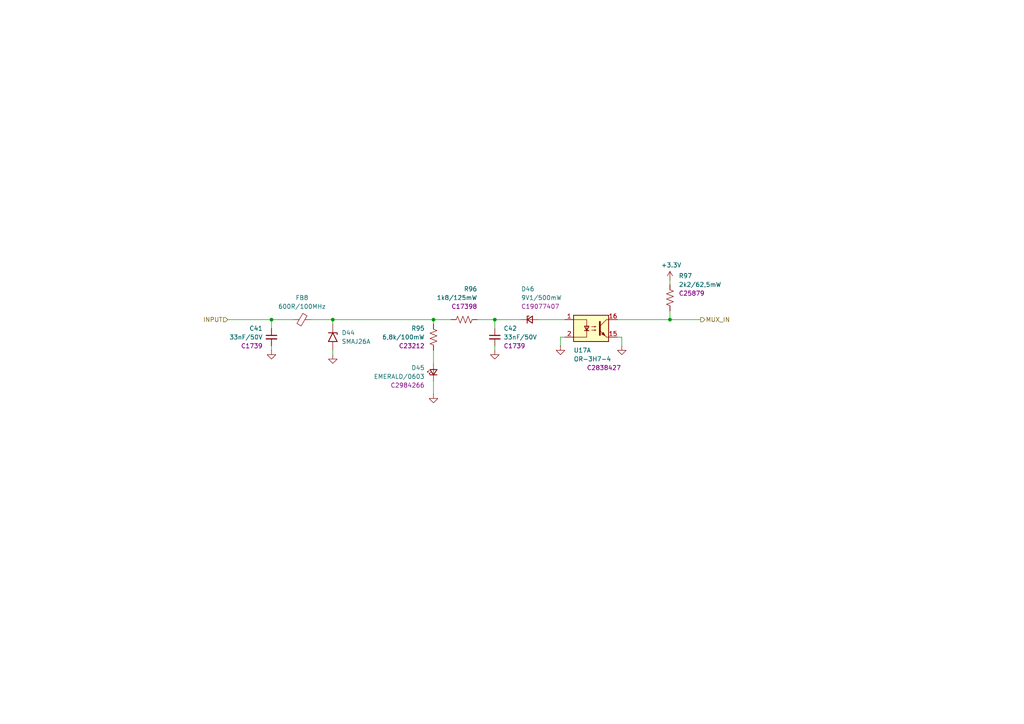
<source format=kicad_sch>
(kicad_sch (version 20231120) (generator "eeschema") (generator_version "8.0")
  (paper "A4")
  (lib_symbols
    (symbol "Device:C_Small" (pin_numbers hide) (pin_names (offset 0.254) hide)
      (property "Reference" "C" (at 0.254 1.778 0))
      (property "Value" "C_Small" (at 0.254 -2.032 0))
      (symbol "C_Small_0_1"
        (polyline (pts (xy -1.524 -0.508) (xy 1.524 -0.508)) (stroke (width 0.3302)))
        (polyline (pts (xy -1.524 0.508) (xy 1.524 0.508)) (stroke (width 0.3048)))
      )
      (symbol "C_Small_1_1"
        (pin passive line (at 0 2.54 270) (length 2.032) (name "~") (number "1"))
        (pin passive line (at 0 -2.54 90) (length 2.032) (name "~") (number "2"))
      )
    )
    (symbol "Device:D_Zener_Small" (pin_numbers hide) (pin_names (offset 0.254) hide)
      (property "Reference" "D" (at 0 2.286 0))
      (property "Value" "D_Zener_Small" (at 0 -2.286 0))
      (symbol "D_Zener_Small_0_1"
        (polyline (pts (xy 0.762 0) (xy -0.762 0)))
        (polyline (pts (xy -0.254 1.016) (xy -0.762 1.016) (xy -0.762 -1.016)) (stroke (width 0.254)))
        (polyline (pts (xy 0.762 1.016) (xy -0.762 0) (xy 0.762 -1.016) (xy 0.762 1.016)) (stroke (width 0.254)))
      )
      (symbol "D_Zener_Small_1_1"
        (pin passive line (at -2.54 0 0) (length 1.778) (name "K") (number "1"))
        (pin passive line (at 2.54 0 180) (length 1.778) (name "A") (number "2"))
      )
    )
    (symbol "Device:FerriteBead_Small" (pin_numbers hide) (pin_names (offset 0))
      (property "Reference" "FB" (at 1.905 1.27 0))
      (property "Value" "FerriteBead_Small" (at 1.905 -1.27 0))
      (symbol "FerriteBead_Small_0_1"
        (polyline (pts (xy 0 -1.27) (xy 0 -0.7874)))
        (polyline (pts (xy 0 0.889) (xy 0 1.2954)))
        (polyline (pts (xy -1.8288 0.2794) (xy -1.1176 1.4986) (xy 1.8288 -0.2032) (xy 1.1176 -1.4224) (xy -1.8288 0.2794)))
      )
      (symbol "FerriteBead_Small_1_1"
        (pin passive line (at 0 2.54 270) (length 1.27) (name "~") (number "1"))
        (pin passive line (at 0 -2.54 90) (length 1.27) (name "~") (number "2"))
      )
    )
    (symbol "Device:LED_Small" (pin_numbers hide) (pin_names (offset 0.254) hide)
      (property "Reference" "D" (at -1.27 3.175 0))
      (property "Value" "LED_Small" (at -4.445 -2.54 0))
      (symbol "LED_Small_0_1"
        (polyline (pts (xy -0.762 -1.016) (xy -0.762 1.016)) (stroke (width 0.254)))
        (polyline (pts (xy 1.016 0) (xy -0.762 0)))
        (polyline (pts (xy 0.762 -1.016) (xy -0.762 0) (xy 0.762 1.016) (xy 0.762 -1.016)) (stroke (width 0.254)))
        (polyline (pts (xy 0 0.762) (xy -0.508 1.27) (xy -0.254 1.27) (xy -0.508 1.27) (xy -0.508 1.016)))
        (polyline (pts (xy 0.508 1.27) (xy 0 1.778) (xy 0.254 1.778) (xy 0 1.778) (xy 0 1.524)))
      )
      (symbol "LED_Small_1_1"
        (pin passive line (at -2.54 0 0) (length 1.778) (name "K") (number "1"))
        (pin passive line (at 2.54 0 180) (length 1.778) (name "A") (number "2"))
      )
    )
    (symbol "Device:R_US" (pin_numbers hide) (pin_names (offset 0))
      (property "Reference" "R" (at 2.54 0 90))
      (property "Value" "R_US" (at -2.54 0 90))
      (symbol "R_US_0_1"
        (polyline (pts (xy 0 -2.286) (xy 0 -2.54)))
        (polyline (pts (xy 0 2.286) (xy 0 2.54)))
        (polyline (pts (xy 0 -0.762) (xy 1.016 -1.143) (xy 0 -1.524) (xy -1.016 -1.905) (xy 0 -2.286)))
        (polyline (pts (xy 0 0.762) (xy 1.016 0.381) (xy 0 0) (xy -1.016 -0.381) (xy 0 -0.762)))
        (polyline (pts (xy 0 2.286) (xy 1.016 1.905) (xy 0 1.524) (xy -1.016 1.143) (xy 0 0.762)))
      )
      (symbol "R_US_1_1"
        (pin passive line (at 0 3.81 270) (length 1.27) (name "~") (number "1"))
        (pin passive line (at 0 -3.81 90) (length 1.27) (name "~") (number "2"))
      )
    )
    (symbol "Diode:SMAJ26A" (pin_numbers hide) (pin_names (offset 1.016) hide)
      (property "Reference" "D" (at 0 2.54 0))
      (property "Value" "SMAJ26A" (at 0 -2.54 0))
      (symbol "SMAJ26A_0_1"
        (polyline (pts (xy -0.762 1.27) (xy -1.27 1.27) (xy -1.27 -1.27)) (stroke (width 0.254)))
        (polyline (pts (xy 1.27 1.27) (xy 1.27 -1.27) (xy -1.27 0) (xy 1.27 1.27)) (stroke (width 0.254)))
      )
      (symbol "SMAJ26A_1_1"
        (pin passive line (at -3.81 0 0) (length 2.54) (name "A1") (number "1"))
        (pin passive line (at 3.81 0 180) (length 2.54) (name "A2") (number "2"))
      )
    )
    (symbol "Tales:+3.3V" (power) (pin_names (offset 0))
      (property "Value" "+3.3V" (at 0 3.556 0))
      (symbol "+3.3V_0_1"
        (polyline (pts (xy -0.762 1.27) (xy 0 2.54)))
        (polyline (pts (xy 0 0) (xy 0 2.54)))
        (polyline (pts (xy 0 2.54) (xy 0.762 1.27)))
      )
      (symbol "+3.3V_1_1"
        (pin power_in line (at 0 0 90) (length 0) hide (name "+3.3V") (number "1"))
      )
    )
    (symbol "Tales:OR-3H7-4" (pin_names (offset 1.016))
      (property "Reference" "U" (at -5.08 5.08 0))
      (property "Value" "OR-3H7-4" (at 0 5.08 0))
      (symbol "OR-3H7-4_0_1"
        (rectangle (start -5.08 3.81) (end 5.08 -3.81) (stroke (width 0.254)) (fill (type background)))
        (polyline (pts (xy -1.905 -0.635) (xy -0.635 -0.635)) (stroke (width 0.254)))
        (polyline (pts (xy 2.54 0.635) (xy 4.445 2.54)))
        (polyline (pts (xy 4.445 -2.54) (xy 2.54 -0.635)) (fill (type outline)))
        (polyline (pts (xy 4.445 -2.54) (xy 5.08 -2.54)))
        (polyline (pts (xy 4.445 2.54) (xy 5.08 2.54)))
        (polyline (pts (xy -5.08 2.54) (xy -1.27 2.54) (xy -1.27 -0.635)))
        (polyline (pts (xy -1.27 -0.635) (xy -1.27 -2.54) (xy -5.08 -2.54)))
        (polyline (pts (xy 2.54 1.905) (xy 2.54 -1.905) (xy 2.54 -1.905)) (stroke (width 0.508)))
        (polyline (pts (xy -1.27 -0.635) (xy -1.905 0.635) (xy -0.635 0.635) (xy -1.27 -0.635)) (stroke (width 0.254)))
        (polyline (pts (xy 0.127 -0.508) (xy 1.397 -0.508) (xy 1.016 -0.635) (xy 1.016 -0.381) (xy 1.397 -0.508)))
        (polyline (pts (xy 0.127 0.508) (xy 1.397 0.508) (xy 1.016 0.381) (xy 1.016 0.635) (xy 1.397 0.508)))
        (polyline (pts (xy 3.048 -1.651) (xy 3.556 -1.143) (xy 4.064 -2.159) (xy 3.048 -1.651) (xy 3.048 -1.651)) (fill (type outline)))
      )
      (symbol "OR-3H7-4_1_1"
        (pin passive line (at -7.62 2.54 0) (length 2.54) (name "~") (number "1"))
        (pin passive line (at 7.62 -2.54 180) (length 2.54) (name "~") (number "15"))
        (pin passive line (at 7.62 2.54 180) (length 2.54) (name "~") (number "16"))
        (pin passive line (at -7.62 -2.54 0) (length 2.54) (name "~") (number "2"))
      )
      (symbol "OR-3H7-4_2_1"
        (pin passive line (at 7.62 -2.54 180) (length 2.54) (name "~") (number "13"))
        (pin passive line (at 7.62 2.54 180) (length 2.54) (name "~") (number "14"))
        (pin passive line (at -7.62 2.54 0) (length 2.54) (name "~") (number "3"))
        (pin passive line (at -7.62 -2.54 0) (length 2.54) (name "~") (number "4"))
      )
      (symbol "OR-3H7-4_3_1"
        (pin passive line (at 7.62 -2.54 180) (length 2.54) (name "~") (number "11"))
        (pin passive line (at 7.62 2.54 180) (length 2.54) (name "~") (number "12"))
        (pin passive line (at -7.62 2.54 0) (length 2.54) (name "~") (number "5"))
        (pin passive line (at -7.62 -2.54 0) (length 2.54) (name "~") (number "6"))
      )
      (symbol "OR-3H7-4_4_1"
        (pin passive line (at 7.62 2.54 180) (length 2.54) (name "~") (number "10"))
        (pin passive line (at -7.62 2.54 0) (length 2.54) (name "~") (number "7"))
        (pin passive line (at -7.62 -2.54 0) (length 2.54) (name "~") (number "8"))
        (pin passive line (at 7.62 -2.54 180) (length 2.54) (name "~") (number "9"))
      )
    )
    (symbol "power:GND" (power) (pin_numbers hide) (pin_names (offset 0) hide)
      (property "Value" "GND" (at 0 -3.81 0))
      (symbol "GND_0_1"
        (polyline (pts (xy 0 0) (xy 0 -1.27) (xy 1.27 -1.27) (xy 0 -2.54) (xy -1.27 -1.27) (xy 0 -1.27)))
      )
      (symbol "GND_1_1"
        (pin power_in line (at 0 0 270) (length 0) (name "~") (number "1"))
      )
    )
  )
  (junction (at 96.52 92.71))
  (junction (at 78.74 92.71))
  (junction (at 143.51 92.71))
  (junction (at 125.73 92.71))
  (junction (at 194.31 92.71))
  (wire (pts (xy 96.52 92.71) (xy 96.52 93.98)))
  (wire (pts (xy 180.34 97.79) (xy 180.34 100.33)))
  (wire (pts (xy 179.07 92.71) (xy 194.31 92.71)))
  (wire (pts (xy 138.43 92.71) (xy 143.51 92.71)))
  (wire (pts (xy 194.31 81.28) (xy 194.31 82.55)))
  (wire (pts (xy 194.31 92.71) (xy 203.2 92.71)))
  (wire (pts (xy 194.31 90.17) (xy 194.31 92.71)))
  (wire (pts (xy 156.21 92.71) (xy 163.83 92.71)))
  (wire (pts (xy 143.51 100.33) (xy 143.51 101.6)))
  (wire (pts (xy 125.73 110.49) (xy 125.73 114.3)))
  (wire (pts (xy 96.52 101.6) (xy 96.52 102.87)))
  (wire (pts (xy 143.51 95.25) (xy 143.51 92.71)))
  (wire (pts (xy 143.51 92.71) (xy 151.13 92.71)))
  (wire (pts (xy 66.04 92.71) (xy 78.74 92.71)))
  (wire (pts (xy 125.73 92.71) (xy 125.73 93.98)))
  (wire (pts (xy 125.73 101.6) (xy 125.73 105.41)))
  (wire (pts (xy 96.52 92.71) (xy 125.73 92.71)))
  (wire (pts (xy 179.07 97.79) (xy 180.34 97.79)))
  (wire (pts (xy 162.56 97.79) (xy 162.56 100.33)))
  (wire (pts (xy 78.74 92.71) (xy 85.09 92.71)))
  (wire (pts (xy 78.74 92.71) (xy 78.74 95.25)))
  (wire (pts (xy 163.83 97.79) (xy 162.56 97.79)))
  (wire (pts (xy 125.73 92.71) (xy 130.81 92.71)))
  (wire (pts (xy 90.17 92.71) (xy 96.52 92.71)))
  (wire (pts (xy 78.74 100.33) (xy 78.74 101.6)))
  (hierarchical_label "INPUT" (shape input) (at 66.04 92.71 180))
  (hierarchical_label "MUX_IN" (shape output) (at 203.2 92.71 0))
  (symbol (lib_id "Device:R_US") (at 134.62 92.71 270) (unit 1)
    (property "Reference" "R75" (at 138.43 83.82 90) (effects (justify right)))
    (property "Value" "1k8/125mW" (at 138.43 86.36 90) (effects (justify right)))
    (property "Footprint" "Tales:R_0805_2012Metric" (effects (hide yes)))
    (property "Case" "0805/2012" (effects (hide yes)))
    (property "Mfr" "Uniroyal" (effects (hide yes)))
    (property "Vendor" "JLCPCB" (effects (hide yes)))
    (property "Mfr PN" "0805W8F1801T5E" (effects (hide yes)))
    (property "Vendor PN" "C17398" (effects (hide yes)))
    (property "LCSC Part #" "C17398" (at 138.43 88.9 90) (effects (justify right)))
    (property "JLCPCB BOM" "1" (effects (hide yes)))
    (instances (project "esp-24v-16ch-v4" (path "" (reference "R96") (unit 1)) (path "" (reference "R84") (unit 1)) (path "" (reference "R105") (unit 1)) (path "" (reference "R87") (unit 1)) (path "" (reference "R90") (unit 1)) (path "" (reference "R99") (unit 1)) (path "" (reference "R102") (unit 1)) (path "" (reference "R111") (unit 1)) (path "" (reference "R114") (unit 1)) (path "" (reference "R78") (unit 1)) (path "" (reference "R120") (unit 1)) (path "" (reference "R108") (unit 1)) (path "" (reference "R117") (unit 1)) (path "" (reference "R93") (unit 1)) (path "" (reference "R75") (unit 1)) (path "" (reference "R81") (unit 1))))
  )
  (symbol (lib_id "power:GND") (at 125.73 114.3 0) (unit 1)
    (property "Reference" "#PWR0134" (effects (hide yes)))
    (property "Value" "GND" (effects (hide yes)))
    (property "Description" "Power symbol creates a global label with name \"GND\" , ground" (effects (hide yes)))
    (instances (project "esp-24v-16ch-v4" (path "" (reference "#PWR0183") (unit 1)) (path "" (reference "#PWR0155") (unit 1)) (path "" (reference "#PWR0204") (unit 1)) (path "" (reference "#PWR0162") (unit 1)) (path "" (reference "#PWR0169") (unit 1)) (path "" (reference "#PWR0190") (unit 1)) (path "" (reference "#PWR0197") (unit 1)) (path "" (reference "#PWR0218") (unit 1)) (path "" (reference "#PWR0225") (unit 1)) (path "" (reference "#PWR0141") (unit 1)) (path "" (reference "#PWR0239") (unit 1)) (path "" (reference "#PWR0211") (unit 1)) (path "" (reference "#PWR0232") (unit 1)) (path "" (reference "#PWR0176") (unit 1)) (path "" (reference "#PWR0134") (unit 1)) (path "" (reference "#PWR0148") (unit 1))))
  )
  (symbol (lib_id "power:GND") (at 78.74 101.6 0) (unit 1)
    (property "Reference" "#PWR0132" (effects (hide yes)))
    (property "Value" "GND" (effects (hide yes)))
    (property "Description" "Power symbol creates a global label with name \"GND\" , ground" (effects (hide yes)))
    (instances (project "esp-24v-16ch-v4" (path "" (reference "#PWR0181") (unit 1)) (path "" (reference "#PWR0153") (unit 1)) (path "" (reference "#PWR0202") (unit 1)) (path "" (reference "#PWR0160") (unit 1)) (path "" (reference "#PWR0167") (unit 1)) (path "" (reference "#PWR0188") (unit 1)) (path "" (reference "#PWR0195") (unit 1)) (path "" (reference "#PWR0216") (unit 1)) (path "" (reference "#PWR0223") (unit 1)) (path "" (reference "#PWR0139") (unit 1)) (path "" (reference "#PWR0237") (unit 1)) (path "" (reference "#PWR0209") (unit 1)) (path "" (reference "#PWR0230") (unit 1)) (path "" (reference "#PWR0174") (unit 1)) (path "" (reference "#PWR0132") (unit 1)) (path "" (reference "#PWR0146") (unit 1))))
  )
  (symbol (lib_id "Device:FerriteBead_Small") (at 87.63 92.71 90) (unit 1)
    (property "Reference" "FB2" (at 87.5919 86.36 90))
    (property "Value" "600R/100MHz" (at 87.5919 88.9 90))
    (property "Footprint" "Tales:R_0603_1608Metric" (effects (hide yes)))
    (property "Description" "Ferrite bead, small symbol" (effects (hide yes)))
    (property "Case" "0603/1608" (effects (hide yes)))
    (property "JLCPCB BOM" "1" (effects (hide yes)))
    (property "LCSC Part #" "C85833" (effects (hide yes)))
    (property "Mfr" "Murata Electronics" (effects (hide yes)))
    (property "Mfr PN" "BLM18KG601SN1D" (effects (hide yes)))
    (property "Technology" "Ferrite Bead" (effects (hide yes)))
    (property "Vendor" "JLCPCB" (effects (hide yes)))
    (property "Vendor PN" "C85833" (effects (hide yes)))
    (instances (project "esp-24v-16ch-v4" (path "" (reference "FB8") (unit 1)) (path "" (reference "FB4") (unit 1)) (path "" (reference "FB11") (unit 1)) (path "" (reference "FB5") (unit 1)) (path "" (reference "FB6") (unit 1)) (path "" (reference "FB9") (unit 1)) (path "" (reference "FB10") (unit 1)) (path "" (reference "FB13") (unit 1)) (path "" (reference "FB14") (unit 1)) (path "" (reference "FB2") (unit 1)) (path "" (reference "FB16") (unit 1)) (path "" (reference "FB12") (unit 1)) (path "" (reference "FB15") (unit 1)) (path "" (reference "FB7") (unit 1)) (path "" (reference "FB1") (unit 1)) (path "" (reference "FB3") (unit 1))))
  )
  (symbol (lib_id "Diode:SMAJ26A") (at 96.52 97.79 270) (unit 1)
    (property "Reference" "D26" (at 99.06 96.5199 90) (effects (justify left)))
    (property "Value" "SMAJ26A" (at 99.06 99.0599 90) (effects (justify left)))
    (property "Footprint" "Tales:D_SMA" (effects (hide yes)))
    (property "Datasheet" "https://www.littelfuse.com/media?resourcetype=datasheets&itemid=75e32973-b177-4ee3-a0ff-cedaf1abdb93&filename=smaj-datasheet" (effects (hide yes)))
    (property "Description" "400W unidirectional Transient Voltage Suppressor, 26.0Vr, SMA(DO-214AC)" (effects (hide yes)))
    (property "Case" "SMA" (effects (hide yes)))
    (property "JLCPCB BOM" "1" (effects (hide yes)))
    (property "LCSC Part #" "C19077543" (effects (hide yes)))
    (property "Mfr" "hongjiacheng" (effects (hide yes)))
    (property "Mfr PN" "SMAJ26A" (effects (hide yes)))
    (property "Technology" "TVS" (effects (hide yes)))
    (property "Vendor" "JLCPCB" (effects (hide yes)))
    (property "Vendor PN" "C19077543" (effects (hide yes)))
    (instances (project "esp-24v-16ch-v4" (path "" (reference "D44") (unit 1)) (path "" (reference "D32") (unit 1)) (path "" (reference "D53") (unit 1)) (path "" (reference "D35") (unit 1)) (path "" (reference "D38") (unit 1)) (path "" (reference "D47") (unit 1)) (path "" (reference "D50") (unit 1)) (path "" (reference "D59") (unit 1)) (path "" (reference "D62") (unit 1)) (path "" (reference "D26") (unit 1)) (path "" (reference "D68") (unit 1)) (path "" (reference "D56") (unit 1)) (path "" (reference "D65") (unit 1)) (path "" (reference "D41") (unit 1)) (path "" (reference "D23") (unit 1)) (path "" (reference "D29") (unit 1))))
  )
  (symbol (lib_id "Device:C_Small") (at 143.51 97.79 0) (unit 1)
    (property "Reference" "C28" (at 146.05 95.2562 0) (effects (justify left)))
    (property "Value" "33nF/50V" (at 146.05 97.7962 0) (effects (justify left)))
    (property "Footprint" "Tales:C_0805_2012Metric" (effects (hide yes)))
    (property "Technology" "Ceramic" (effects (hide yes)))
    (property "Case" "0805/2012" (effects (hide yes)))
    (property "Mfr" "FH" (effects (hide yes)))
    (property "Mfr PN" "0805B333K500NT" (effects (hide yes)))
    (property "Vendor" "JLCPCB" (effects (hide yes)))
    (property "Vendor PN" "C1739" (effects (hide yes)))
    (property "LCSC Part #" "C1739" (at 146.05 100.3362 0) (effects (justify left)))
    (property "JLCPCB BOM" "1" (effects (hide yes)))
    (instances (project "esp-24v-16ch-v4" (path "" (reference "C42") (unit 1)) (path "" (reference "C34") (unit 1)) (path "" (reference "C48") (unit 1)) (path "" (reference "C36") (unit 1)) (path "" (reference "C38") (unit 1)) (path "" (reference "C44") (unit 1)) (path "" (reference "C46") (unit 1)) (path "" (reference "C52") (unit 1)) (path "" (reference "C54") (unit 1)) (path "" (reference "C30") (unit 1)) (path "" (reference "C58") (unit 1)) (path "" (reference "C50") (unit 1)) (path "" (reference "C56") (unit 1)) (path "" (reference "C40") (unit 1)) (path "" (reference "C28") (unit 1)) (path "" (reference "C32") (unit 1))))
  )
  (symbol (lib_id "power:GND") (at 162.56 100.33 0) (unit 1)
    (property "Reference" "#PWR0136" (effects (hide yes)))
    (property "Value" "GND" (effects (hide yes)))
    (property "Description" "Power symbol creates a global label with name \"GND\" , ground" (effects (hide yes)))
    (instances (project "esp-24v-16ch-v4" (path "" (reference "#PWR0185") (unit 1)) (path "" (reference "#PWR0157") (unit 1)) (path "" (reference "#PWR0206") (unit 1)) (path "" (reference "#PWR0164") (unit 1)) (path "" (reference "#PWR0171") (unit 1)) (path "" (reference "#PWR0192") (unit 1)) (path "" (reference "#PWR0199") (unit 1)) (path "" (reference "#PWR0220") (unit 1)) (path "" (reference "#PWR0227") (unit 1)) (path "" (reference "#PWR0143") (unit 1)) (path "" (reference "#PWR0241") (unit 1)) (path "" (reference "#PWR0213") (unit 1)) (path "" (reference "#PWR0234") (unit 1)) (path "" (reference "#PWR0178") (unit 1)) (path "" (reference "#PWR0136") (unit 1)) (path "" (reference "#PWR0150") (unit 1))))
  )
  (symbol (lib_id "Device:LED_Small") (at 125.73 107.95 90) (unit 1)
    (property "Reference" "D24" (at 123.19 106.68 90) (effects (justify left)))
    (property "Value" "EMERALD/0603" (at 123.19 109.22 90) (effects (justify left)))
    (property "Footprint" "Tales:LED_0603_1608Metric" (effects (hide yes)))
    (property "Case" "0603/1608" (effects (hide yes)))
    (property "Mfr" "Everlight Elec" (effects (hide yes)))
    (property "Mfr PN" "19-213/GHC-XS1T1N/5T" (effects (hide yes)))
    (property "Vendor" "JLCPCB" (effects (hide yes)))
    (property "Vendor PN" "C2984266" (effects (hide yes)))
    (property "LCSC Part #" "C2984266" (at 123.19 111.76 90) (effects (justify left)))
    (property "JLCPCB BOM" "1" (effects (hide yes)))
    (instances (project "esp-24v-16ch-v4" (path "" (reference "D45") (unit 1)) (path "" (reference "D33") (unit 1)) (path "" (reference "D54") (unit 1)) (path "" (reference "D36") (unit 1)) (path "" (reference "D39") (unit 1)) (path "" (reference "D48") (unit 1)) (path "" (reference "D51") (unit 1)) (path "" (reference "D60") (unit 1)) (path "" (reference "D63") (unit 1)) (path "" (reference "D27") (unit 1)) (path "" (reference "D69") (unit 1)) (path "" (reference "D57") (unit 1)) (path "" (reference "D66") (unit 1)) (path "" (reference "D42") (unit 1)) (path "" (reference "D24") (unit 1)) (path "" (reference "D30") (unit 1))))
  )
  (symbol (lib_id "Device:D_Zener_Small") (at 153.67 92.71 0) (unit 1)
    (property "Reference" "D25" (at 151.13 83.82 0) (effects (justify left)))
    (property "Value" "9V1/500mW" (at 151.13 86.36 0) (effects (justify left)))
    (property "Footprint" "Tales:D_SOD-123" (effects (hide yes)))
    (property "Case" "SOD-123" (effects (hide yes)))
    (property "Mfr" "hongjiacheng" (effects (hide yes)))
    (property "Mfr PN" "BZT52C9V1" (effects (hide yes)))
    (property "Technology" "Zener" (effects (hide yes)))
    (property "Vendor" "JLCPCB" (effects (hide yes)))
    (property "Vendor PN" "C19077407" (effects (hide yes)))
    (property "JLCPCB BOM" "1" (effects (hide yes)))
    (property "LCSC Part #" "C19077407" (at 151.13 88.9 0) (effects (justify left)))
    (instances (project "esp-24v-16ch-v4" (path "" (reference "D46") (unit 1)) (path "" (reference "D34") (unit 1)) (path "" (reference "D55") (unit 1)) (path "" (reference "D37") (unit 1)) (path "" (reference "D40") (unit 1)) (path "" (reference "D49") (unit 1)) (path "" (reference "D52") (unit 1)) (path "" (reference "D61") (unit 1)) (path "" (reference "D64") (unit 1)) (path "" (reference "D28") (unit 1)) (path "" (reference "D70") (unit 1)) (path "" (reference "D58") (unit 1)) (path "" (reference "D67") (unit 1)) (path "" (reference "D43") (unit 1)) (path "" (reference "D25") (unit 1)) (path "" (reference "D31") (unit 1))))
  )
  (symbol (lib_id "Tales:+3.3V") (at 194.31 81.28 0) (unit 1)
    (property "Reference" "#PWR0138" (effects (hide yes)))
    (property "Value" "+3.3V" (at 194.691 76.8858 0))
    (property "Description" "Power symbol creates a global label with name \"+3.3V\"" (effects (hide yes)))
    (instances (project "esp-24v-16ch-v4" (path "" (reference "#PWR0187") (unit 1)) (path "" (reference "#PWR0159") (unit 1)) (path "" (reference "#PWR0208") (unit 1)) (path "" (reference "#PWR0166") (unit 1)) (path "" (reference "#PWR0173") (unit 1)) (path "" (reference "#PWR0194") (unit 1)) (path "" (reference "#PWR0201") (unit 1)) (path "" (reference "#PWR0222") (unit 1)) (path "" (reference "#PWR0229") (unit 1)) (path "" (reference "#PWR0145") (unit 1)) (path "" (reference "#PWR0243") (unit 1)) (path "" (reference "#PWR0215") (unit 1)) (path "" (reference "#PWR0236") (unit 1)) (path "" (reference "#PWR0180") (unit 1)) (path "" (reference "#PWR0138") (unit 1)) (path "" (reference "#PWR0152") (unit 1))))
  )
  (symbol (lib_id "Device:R_US") (at 194.31 86.36 0) (unit 1)
    (property "Reference" "R76" (at 196.85 80.01 0) (effects (justify left)))
    (property "Value" "2k2/62,5mW" (at 196.85 82.55 0) (effects (justify left)))
    (property "Footprint" "Tales:R_0402_1005Metric" (effects (hide yes)))
    (property "Case" "0402/1005" (effects (hide yes)))
    (property "Mfr" "Uniroyal" (effects (hide yes)))
    (property "Vendor" "JLCPCB" (effects (hide yes)))
    (property "Mfr PN" "0402WGF2201TCE" (effects (hide yes)))
    (property "Vendor PN" "C25879" (effects (hide yes)))
    (property "LCSC Part #" "C25879" (at 196.85 85.09 0) (effects (justify left)))
    (property "JLCPCB BOM" "1" (effects (hide yes)))
    (instances (project "esp-24v-16ch-v4" (path "" (reference "R97") (unit 1)) (path "" (reference "R85") (unit 1)) (path "" (reference "R106") (unit 1)) (path "" (reference "R88") (unit 1)) (path "" (reference "R91") (unit 1)) (path "" (reference "R100") (unit 1)) (path "" (reference "R103") (unit 1)) (path "" (reference "R112") (unit 1)) (path "" (reference "R115") (unit 1)) (path "" (reference "R79") (unit 1)) (path "" (reference "R121") (unit 1)) (path "" (reference "R109") (unit 1)) (path "" (reference "R118") (unit 1)) (path "" (reference "R94") (unit 1)) (path "" (reference "R76") (unit 1)) (path "" (reference "R82") (unit 1))))
  )
  (symbol (lib_id "power:GND") (at 143.51 101.6 0) (unit 1)
    (property "Reference" "#PWR0135" (effects (hide yes)))
    (property "Value" "GND" (effects (hide yes)))
    (property "Description" "Power symbol creates a global label with name \"GND\" , ground" (effects (hide yes)))
    (instances (project "esp-24v-16ch-v4" (path "" (reference "#PWR0184") (unit 1)) (path "" (reference "#PWR0156") (unit 1)) (path "" (reference "#PWR0205") (unit 1)) (path "" (reference "#PWR0163") (unit 1)) (path "" (reference "#PWR0170") (unit 1)) (path "" (reference "#PWR0191") (unit 1)) (path "" (reference "#PWR0198") (unit 1)) (path "" (reference "#PWR0219") (unit 1)) (path "" (reference "#PWR0226") (unit 1)) (path "" (reference "#PWR0142") (unit 1)) (path "" (reference "#PWR0240") (unit 1)) (path "" (reference "#PWR0212") (unit 1)) (path "" (reference "#PWR0233") (unit 1)) (path "" (reference "#PWR0177") (unit 1)) (path "" (reference "#PWR0135") (unit 1)) (path "" (reference "#PWR0149") (unit 1))))
  )
  (symbol (lib_id "Device:C_Small") (at 78.74 97.79 0) (unit 1)
    (property "Reference" "C27" (at 76.2 95.2562 0) (effects (justify right)))
    (property "Value" "33nF/50V" (at 76.2 97.7962 0) (effects (justify right)))
    (property "Footprint" "Tales:C_0805_2012Metric" (effects (hide yes)))
    (property "Technology" "Ceramic" (effects (hide yes)))
    (property "Case" "0805/2012" (effects (hide yes)))
    (property "Mfr" "FH" (effects (hide yes)))
    (property "Mfr PN" "0805B333K500NT" (effects (hide yes)))
    (property "Vendor" "JLCPCB" (effects (hide yes)))
    (property "Vendor PN" "C1739" (effects (hide yes)))
    (property "LCSC Part #" "C1739" (at 76.2 100.3362 0) (effects (justify right)))
    (property "JLCPCB BOM" "1" (effects (hide yes)))
    (instances (project "esp-24v-16ch-v4" (path "" (reference "C41") (unit 1)) (path "" (reference "C33") (unit 1)) (path "" (reference "C47") (unit 1)) (path "" (reference "C35") (unit 1)) (path "" (reference "C37") (unit 1)) (path "" (reference "C43") (unit 1)) (path "" (reference "C45") (unit 1)) (path "" (reference "C51") (unit 1)) (path "" (reference "C53") (unit 1)) (path "" (reference "C29") (unit 1)) (path "" (reference "C57") (unit 1)) (path "" (reference "C49") (unit 1)) (path "" (reference "C55") (unit 1)) (path "" (reference "C39") (unit 1)) (path "" (reference "C27") (unit 1)) (path "" (reference "C31") (unit 1))))
  )
  (symbol (lib_id "power:GND") (at 180.34 100.33 0) (unit 1)
    (property "Reference" "#PWR0137" (effects (hide yes)))
    (property "Value" "GND" (effects (hide yes)))
    (property "Description" "Power symbol creates a global label with name \"GND\" , ground" (effects (hide yes)))
    (instances (project "esp-24v-16ch-v4" (path "" (reference "#PWR0186") (unit 1)) (path "" (reference "#PWR0158") (unit 1)) (path "" (reference "#PWR0207") (unit 1)) (path "" (reference "#PWR0165") (unit 1)) (path "" (reference "#PWR0172") (unit 1)) (path "" (reference "#PWR0193") (unit 1)) (path "" (reference "#PWR0200") (unit 1)) (path "" (reference "#PWR0221") (unit 1)) (path "" (reference "#PWR0228") (unit 1)) (path "" (reference "#PWR0144") (unit 1)) (path "" (reference "#PWR0242") (unit 1)) (path "" (reference "#PWR0214") (unit 1)) (path "" (reference "#PWR0235") (unit 1)) (path "" (reference "#PWR0179") (unit 1)) (path "" (reference "#PWR0137") (unit 1)) (path "" (reference "#PWR0151") (unit 1))))
  )
  (symbol (lib_id "power:GND") (at 96.52 102.87 0) (unit 1)
    (property "Reference" "#PWR0133" (effects (hide yes)))
    (property "Value" "GND" (effects (hide yes)))
    (property "Description" "Power symbol creates a global label with name \"GND\" , ground" (effects (hide yes)))
    (instances (project "esp-24v-16ch-v4" (path "" (reference "#PWR0182") (unit 1)) (path "" (reference "#PWR0154") (unit 1)) (path "" (reference "#PWR0203") (unit 1)) (path "" (reference "#PWR0161") (unit 1)) (path "" (reference "#PWR0168") (unit 1)) (path "" (reference "#PWR0189") (unit 1)) (path "" (reference "#PWR0196") (unit 1)) (path "" (reference "#PWR0217") (unit 1)) (path "" (reference "#PWR0224") (unit 1)) (path "" (reference "#PWR0140") (unit 1)) (path "" (reference "#PWR0238") (unit 1)) (path "" (reference "#PWR0210") (unit 1)) (path "" (reference "#PWR0231") (unit 1)) (path "" (reference "#PWR0175") (unit 1)) (path "" (reference "#PWR0133") (unit 1)) (path "" (reference "#PWR0147") (unit 1))))
  )
  (symbol (lib_id "Tales:OR-3H7-4") (at 171.45 95.25 0) (unit 1)
    (property "Reference" "U10" (at 166.37 101.6 0) (effects (justify left)))
    (property "Value" "OR-3H7-4" (at 166.37 104.14 0) (effects (justify left)))
    (property "Footprint" "Tales:SOP-16_4.4x10.4mm_P1.27mm" (effects (hide yes)))
    (property "Description" "Quad DC Optocoupler, Vce 80V, CTR 100%, SOP16" (effects (hide yes)))
    (property "JLCPCB BOM" "1" (effects (hide yes)))
    (property "LCSC Part #" "C2838427" (at 170.18 106.68 0) (effects (justify left)))
    (property "Mfr PN" "OR-3H7-4GB-TA1-G" (effects (hide yes)))
    (property "Vendor PN" "C2838427" (effects (hide yes)))
    (property "Case" "SOP-16-4.4" (effects (hide yes)))
    (property "Mfr" "Orient" (effects (hide yes)))
    (property "Vendor" "JLCPCB" (effects (hide yes)))
    (instances (project "esp-24v-16ch-v4" (path "" (reference "U17") (unit 1)) (path "" (reference "U13") (unit 1)) (path "" (reference "U20") (unit 1)) (path "" (reference "U14") (unit 1)) (path "" (reference "U15") (unit 1)) (path "" (reference "U18") (unit 1)) (path "" (reference "U19") (unit 1)) (path "" (reference "U22") (unit 1)) (path "" (reference "U23") (unit 1)) (path "" (reference "U11") (unit 1)) (path "" (reference "U25") (unit 1)) (path "" (reference "U21") (unit 1)) (path "" (reference "U24") (unit 1)) (path "" (reference "U16") (unit 1)) (path "" (reference "U10") (unit 1)) (path "" (reference "U12") (unit 1))))
  )
  (symbol (lib_id "Device:R_US") (at 125.73 97.79 0) (unit 1)
    (property "Reference" "R74" (at 123.19 95.25 0) (effects (justify right)))
    (property "Value" "6,8k/100mW" (at 123.19 97.79 0) (effects (justify right)))
    (property "Footprint" "Tales:R_0603_1608Metric" (effects (hide yes)))
    (property "Case" "0603/1608" (effects (hide yes)))
    (property "Mfr" "Uniroyal" (effects (hide yes)))
    (property "Mfr PN" "0603WAF6801T5E" (effects (hide yes)))
    (property "Vendor" "JLCPCB" (effects (hide yes)))
    (property "Vendor PN" "C23212 " (effects (hide yes)))
    (property "LCSC Part #" "C23212" (at 123.19 100.33 0) (effects (justify right)))
    (property "JLCPCB BOM" "1" (effects (hide yes)))
    (instances (project "esp-24v-16ch-v4" (path "" (reference "R95") (unit 1)) (path "" (reference "R83") (unit 1)) (path "" (reference "R104") (unit 1)) (path "" (reference "R86") (unit 1)) (path "" (reference "R89") (unit 1)) (path "" (reference "R98") (unit 1)) (path "" (reference "R101") (unit 1)) (path "" (reference "R110") (unit 1)) (path "" (reference "R113") (unit 1)) (path "" (reference "R77") (unit 1)) (path "" (reference "R119") (unit 1)) (path "" (reference "R107") (unit 1)) (path "" (reference "R116") (unit 1)) (path "" (reference "R92") (unit 1)) (path "" (reference "R74") (unit 1)) (path "" (reference "R80") (unit 1))))
  )
)
</source>
